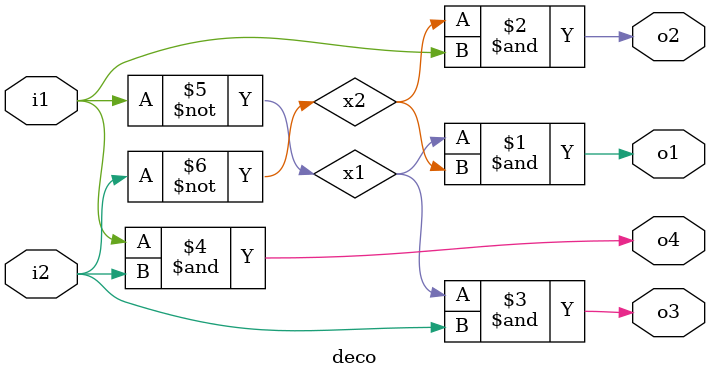
<source format=v>
 module deco(
 input i1,
 input i2,
 output o1,
 output o2,
 output o3,
 output o4
 );
 wire x1,x2;
 not (x1,i1);
 not (x2,i2);
 and (o1,x1,x2);and (o2,x2,i1);
 and (o3,x1,i2);
 and (o4,i1,i2);
 endmodule
</source>
